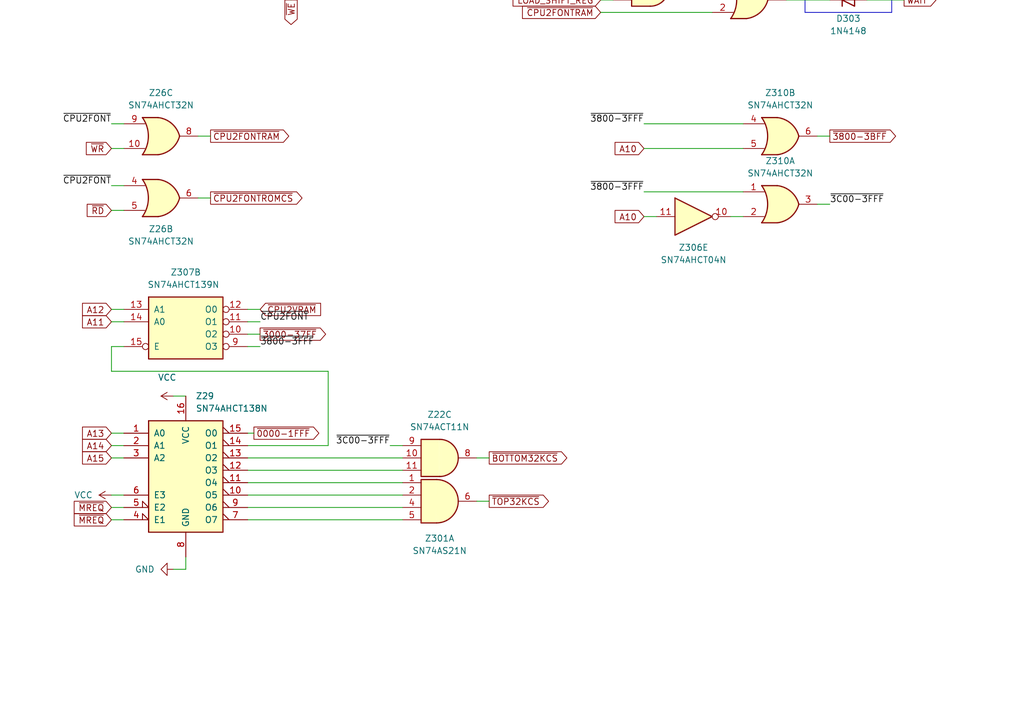
<source format=kicad_sch>
(kicad_sch (version 20230121) (generator eeschema)
  (paper "A5")
  (title_block (title "JupiterAce Z80 plus KIO and new memory format.") (date "2020-05-12") (rev "${REVNUM}") (company "Ontobus") (comment 1 "John Bradley") (comment 2 "https://creativecommons.org/licenses/by-nc-sa/4.0/") (comment 3 "Attribution-NonCommercial-ShareAlike 4.0 International License.") (comment 4 "This work is licensed under a Creative Commons "))
  (lib_symbols
    (symbol "74xx-FIX:74LS21" (pin_names (offset 1.016))
      (property "Reference" "U" (at 0 1.27 0))
      (property "Value" "74LS21" (at 0 -1.27 0))
      (symbol "74LS21_1_0"
        (pin no_connect line (at 2.54 -2.54 180) (length 2.54) hide (name "") (number "11"))
        (pin no_connect line (at 2.54 -1.27 180) (length 2.54) hide (name "") (number "3"))
      )
      (symbol "74LS21_1_1"
        (arc (start -0.635 -4.445) (mid 3.7907 0) (end -0.635 4.445) (stroke (width 0.254)) (fill (type background)))
        (polyline (pts (xy -0.635 4.445) (xy -3.81 4.445) (xy -3.81 -4.445) (xy -0.635 -4.445)) (stroke (width 0.254)) (fill (type background)))
        (pin input line (at -7.62 3.81 0) (length 3.81) (name "~") (number "1"))
        (pin input line (at -7.62 1.27 0) (length 3.81) (name "~") (number "2"))
        (pin input line (at -7.62 -1.27 0) (length 3.81) (name "~") (number "4"))
        (pin input line (at -7.62 -3.81 0) (length 3.81) (name "~") (number "5"))
        (pin output line (at 7.62 0 180) (length 3.81) (name "~") (number "6"))
      )
      (symbol "74LS21_1_2"
        (arc (start -3.81 -4.445) (mid -2.5908 0) (end -3.81 4.445) (stroke (width 0.254)))
        (arc (start -0.6096 -4.445) (mid 2.224 -2.8428) (end 3.81 0) (stroke (width 0.254)) (fill (type background)))
        (polyline (pts (xy -3.81 -4.445) (xy -0.635 -4.445)) (stroke (width 0.254)) (fill (type background)))
        (polyline (pts (xy -3.81 4.445) (xy -0.635 4.445)) (stroke (width 0.254)) (fill (type background)))
        (polyline (pts (xy -0.635 4.445) (xy -3.81 4.445) (xy -3.81 4.445) (xy -3.6322 4.0894) (xy -3.0988 2.921) (xy -2.7686 1.6764) (xy -2.6162 0.4318) (xy -2.6416 -0.8636) (xy -2.8702 -2.1082) (xy -3.2512 -3.3274) (xy -3.81 -4.445) (xy -3.81 -4.445) (xy -0.635 -4.445)) (stroke (width -25.4)) (fill (type background)))
        (arc (start 3.81 0) (mid 2.2198 2.8386) (end -0.6096 4.445) (stroke (width 0.254)) (fill (type background)))
        (pin input inverted (at -7.62 3.81 0) (length 3.81) (name "~") (number "1"))
        (pin input inverted (at -7.62 1.27 0) (length 4.826) (name "~") (number "2"))
        (pin input inverted (at -7.62 -1.27 0) (length 4.826) (name "~") (number "4"))
        (pin input inverted (at -7.62 -3.81 0) (length 3.81) (name "~") (number "5"))
        (pin output inverted (at 7.62 0 180) (length 3.81) (name "~") (number "6"))
      )
      (symbol "74LS21_2_1"
        (arc (start -0.635 -4.445) (mid 3.7907 0) (end -0.635 4.445) (stroke (width 0.254)) (fill (type background)))
        (polyline (pts (xy -0.635 4.445) (xy -3.81 4.445) (xy -3.81 -4.445) (xy -0.635 -4.445)) (stroke (width 0.254)) (fill (type background)))
        (pin input line (at -7.62 1.27 0) (length 3.81) (name "~") (number "10"))
        (pin input line (at -7.62 -1.27 0) (length 3.81) (name "~") (number "12"))
        (pin input line (at -7.62 -3.81 0) (length 3.81) (name "~") (number "13"))
        (pin output line (at 7.62 0 180) (length 3.81) (name "~") (number "8"))
        (pin input line (at -7.62 3.81 0) (length 3.81) (name "~") (number "9"))
      )
      (symbol "74LS21_2_2"
        (arc (start -3.81 -4.445) (mid -2.5908 0) (end -3.81 4.445) (stroke (width 0.254)))
        (arc (start -0.6096 -4.445) (mid 2.224 -2.8428) (end 3.81 0) (stroke (width 0.254)) (fill (type background)))
        (polyline (pts (xy -3.81 -4.445) (xy -0.635 -4.445)) (stroke (width 0.254)) (fill (type background)))
        (polyline (pts (xy -3.81 4.445) (xy -0.635 4.445)) (stroke (width 0.254)) (fill (type background)))
        (polyline (pts (xy -0.635 4.445) (xy -3.81 4.445) (xy -3.81 4.445) (xy -3.6322 4.0894) (xy -3.0988 2.921) (xy -2.7686 1.6764) (xy -2.6162 0.4318) (xy -2.6416 -0.8636) (xy -2.8702 -2.1082) (xy -3.2512 -3.3274) (xy -3.81 -4.445) (xy -3.81 -4.445) (xy -0.635 -4.445)) (stroke (width -25.4)) (fill (type background)))
        (arc (start 3.81 0) (mid 2.2198 2.8386) (end -0.6096 4.445) (stroke (width 0.254)) (fill (type background)))
        (pin input inverted (at -7.62 1.27 0) (length 4.826) (name "~") (number "10"))
        (pin input inverted (at -7.62 -1.27 0) (length 4.826) (name "~") (number "12"))
        (pin input inverted (at -7.62 -3.81 0) (length 3.81) (name "~") (number "13"))
        (pin output inverted (at 7.62 0 180) (length 3.81) (name "~") (number "8"))
        (pin input inverted (at -7.62 3.81 0) (length 3.81) (name "~") (number "9"))
      )
      (symbol "74LS21_3_0"
        (pin power_in line (at 0 12.7 270) (length 5.08) (name "VCC") (number "14"))
        (pin power_in line (at 0 -12.7 90) (length 5.08) (name "GND") (number "7"))
      )
      (symbol "74LS21_3_1"
        (rectangle (start -5.08 7.62) (end 5.08 -7.62) (stroke (width 0.254)) (fill (type background)))
      )
    )
    (symbol "74xx:74LS00" (pin_names (offset 1.016))
      (property "Reference" "U" (at 0 1.27 0))
      (property "Value" "74LS00" (at 0 -1.27 0))
      (symbol "74LS00_1_1"
        (arc (start 0 -3.81) (mid 3.7934 0) (end 0 3.81) (stroke (width 0.254)) (fill (type background)))
        (polyline (pts (xy 0 3.81) (xy -3.81 3.81) (xy -3.81 -3.81) (xy 0 -3.81)) (stroke (width 0.254)) (fill (type background)))
        (pin input line (at -7.62 2.54 0) (length 3.81) (name "~") (number "1"))
        (pin input line (at -7.62 -2.54 0) (length 3.81) (name "~") (number "2"))
        (pin output inverted (at 7.62 0 180) (length 3.81) (name "~") (number "3"))
      )
      (symbol "74LS00_1_2"
        (arc (start -3.81 -3.81) (mid -2.589 0) (end -3.81 3.81) (stroke (width 0.254)))
        (arc (start -0.6096 -3.81) (mid 2.1842 -2.5851) (end 3.81 0) (stroke (width 0.254)) (fill (type background)))
        (polyline (pts (xy -3.81 -3.81) (xy -0.635 -3.81)) (stroke (width 0.254)) (fill (type background)))
        (polyline (pts (xy -3.81 3.81) (xy -0.635 3.81)) (stroke (width 0.254)) (fill (type background)))
        (polyline (pts (xy -0.635 3.81) (xy -3.81 3.81) (xy -3.81 3.81) (xy -3.556 3.4036) (xy -3.0226 2.2606) (xy -2.6924 1.0414) (xy -2.6162 -0.254) (xy -2.7686 -1.4986) (xy -3.175 -2.7178) (xy -3.81 -3.81) (xy -3.81 -3.81) (xy -0.635 -3.81)) (stroke (width -25.4)) (fill (type background)))
        (arc (start 3.81 0) (mid 2.1915 2.5936) (end -0.6096 3.81) (stroke (width 0.254)) (fill (type background)))
        (pin input inverted (at -7.62 2.54 0) (length 4.318) (name "~") (number "1"))
        (pin input inverted (at -7.62 -2.54 0) (length 4.318) (name "~") (number "2"))
        (pin output line (at 7.62 0 180) (length 3.81) (name "~") (number "3"))
      )
      (symbol "74LS00_2_1"
        (arc (start 0 -3.81) (mid 3.7934 0) (end 0 3.81) (stroke (width 0.254)) (fill (type background)))
        (polyline (pts (xy 0 3.81) (xy -3.81 3.81) (xy -3.81 -3.81) (xy 0 -3.81)) (stroke (width 0.254)) (fill (type background)))
        (pin input line (at -7.62 2.54 0) (length 3.81) (name "~") (number "4"))
        (pin input line (at -7.62 -2.54 0) (length 3.81) (name "~") (number "5"))
        (pin output inverted (at 7.62 0 180) (length 3.81) (name "~") (number "6"))
      )
      (symbol "74LS00_2_2"
        (arc (start -3.81 -3.81) (mid -2.589 0) (end -3.81 3.81) (stroke (width 0.254)))
        (arc (start -0.6096 -3.81) (mid 2.1842 -2.5851) (end 3.81 0) (stroke (width 0.254)) (fill (type background)))
        (polyline (pts (xy -3.81 -3.81) (xy -0.635 -3.81)) (stroke (width 0.254)) (fill (type background)))
        (polyline (pts (xy -3.81 3.81) (xy -0.635 3.81)) (stroke (width 0.254)) (fill (type background)))
        (polyline (pts (xy -0.635 3.81) (xy -3.81 3.81) (xy -3.81 3.81) (xy -3.556 3.4036) (xy -3.0226 2.2606) (xy -2.6924 1.0414) (xy -2.6162 -0.254) (xy -2.7686 -1.4986) (xy -3.175 -2.7178) (xy -3.81 -3.81) (xy -3.81 -3.81) (xy -0.635 -3.81)) (stroke (width -25.4)) (fill (type background)))
        (arc (start 3.81 0) (mid 2.1915 2.5936) (end -0.6096 3.81) (stroke (width 0.254)) (fill (type background)))
        (pin input inverted (at -7.62 2.54 0) (length 4.318) (name "~") (number "4"))
        (pin input inverted (at -7.62 -2.54 0) (length 4.318) (name "~") (number "5"))
        (pin output line (at 7.62 0 180) (length 3.81) (name "~") (number "6"))
      )
      (symbol "74LS00_3_1"
        (arc (start 0 -3.81) (mid 3.7934 0) (end 0 3.81) (stroke (width 0.254)) (fill (type background)))
        (polyline (pts (xy 0 3.81) (xy -3.81 3.81) (xy -3.81 -3.81) (xy 0 -3.81)) (stroke (width 0.254)) (fill (type background)))
        (pin input line (at -7.62 -2.54 0) (length 3.81) (name "~") (number "10"))
        (pin output inverted (at 7.62 0 180) (length 3.81) (name "~") (number "8"))
        (pin input line (at -7.62 2.54 0) (length 3.81) (name "~") (number "9"))
      )
      (symbol "74LS00_3_2"
        (arc (start -3.81 -3.81) (mid -2.589 0) (end -3.81 3.81) (stroke (width 0.254)))
        (arc (start -0.6096 -3.81) (mid 2.1842 -2.5851) (end 3.81 0) (stroke (width 0.254)) (fill (type background)))
        (polyline (pts (xy -3.81 -3.81) (xy -0.635 -3.81)) (stroke (width 0.254)) (fill (type background)))
        (polyline (pts (xy -3.81 3.81) (xy -0.635 3.81)) (stroke (width 0.254)) (fill (type background)))
        (polyline (pts (xy -0.635 3.81) (xy -3.81 3.81) (xy -3.81 3.81) (xy -3.556 3.4036) (xy -3.0226 2.2606) (xy -2.6924 1.0414) (xy -2.6162 -0.254) (xy -2.7686 -1.4986) (xy -3.175 -2.7178) (xy -3.81 -3.81) (xy -3.81 -3.81) (xy -0.635 -3.81)) (stroke (width -25.4)) (fill (type background)))
        (arc (start 3.81 0) (mid 2.1915 2.5936) (end -0.6096 3.81) (stroke (width 0.254)) (fill (type background)))
        (pin input inverted (at -7.62 -2.54 0) (length 4.318) (name "~") (number "10"))
        (pin output line (at 7.62 0 180) (length 3.81) (name "~") (number "8"))
        (pin input inverted (at -7.62 2.54 0) (length 4.318) (name "~") (number "9"))
      )
      (symbol "74LS00_4_1"
        (arc (start 0 -3.81) (mid 3.7934 0) (end 0 3.81) (stroke (width 0.254)) (fill (type background)))
        (polyline (pts (xy 0 3.81) (xy -3.81 3.81) (xy -3.81 -3.81) (xy 0 -3.81)) (stroke (width 0.254)) (fill (type background)))
        (pin output inverted (at 7.62 0 180) (length 3.81) (name "~") (number "11"))
        (pin input line (at -7.62 2.54 0) (length 3.81) (name "~") (number "12"))
        (pin input line (at -7.62 -2.54 0) (length 3.81) (name "~") (number "13"))
      )
      (symbol "74LS00_4_2"
        (arc (start -3.81 -3.81) (mid -2.589 0) (end -3.81 3.81) (stroke (width 0.254)))
        (arc (start -0.6096 -3.81) (mid 2.1842 -2.5851) (end 3.81 0) (stroke (width 0.254)) (fill (type background)))
        (polyline (pts (xy -3.81 -3.81) (xy -0.635 -3.81)) (stroke (width 0.254)) (fill (type background)))
        (polyline (pts (xy -3.81 3.81) (xy -0.635 3.81)) (stroke (width 0.254)) (fill (type background)))
        (polyline (pts (xy -0.635 3.81) (xy -3.81 3.81) (xy -3.81 3.81) (xy -3.556 3.4036) (xy -3.0226 2.2606) (xy -2.6924 1.0414) (xy -2.6162 -0.254) (xy -2.7686 -1.4986) (xy -3.175 -2.7178) (xy -3.81 -3.81) (xy -3.81 -3.81) (xy -0.635 -3.81)) (stroke (width -25.4)) (fill (type background)))
        (arc (start 3.81 0) (mid 2.1915 2.5936) (end -0.6096 3.81) (stroke (width 0.254)) (fill (type background)))
        (pin output line (at 7.62 0 180) (length 3.81) (name "~") (number "11"))
        (pin input inverted (at -7.62 2.54 0) (length 4.318) (name "~") (number "12"))
        (pin input inverted (at -7.62 -2.54 0) (length 4.318) (name "~") (number "13"))
      )
      (symbol "74LS00_5_0"
        (pin power_in line (at 0 12.7 270) (length 5.08) (name "VCC") (number "14"))
        (pin power_in line (at 0 -12.7 90) (length 5.08) (name "GND") (number "7"))
      )
      (symbol "74LS00_5_1"
        (rectangle (start -5.08 7.62) (end 5.08 -7.62) (stroke (width 0.254)) (fill (type background)))
      )
    )
    (symbol "74xx:74LS02" (pin_names (offset 1.016))
      (property "Reference" "U" (at 8.255 -3.81 0))
      (property "Value" "74LS02" (at 8.255 -6.985 0))
      (symbol "74LS02_1_1"
        (arc (start -3.81 -3.81) (mid -2.589 0) (end -3.81 3.81) (stroke (width 0.254)))
        (arc (start -0.6096 -3.81) (mid 2.1842 -2.5851) (end 3.81 0) (stroke (width 0.254)) (fill (type background)))
        (polyline (pts (xy -3.81 -3.81) (xy -0.635 -3.81)) (stroke (width 0.254)) (fill (type background)))
        (polyline (pts (xy -3.81 3.81) (xy -0.635 3.81)) (stroke (width 0.254)) (fill (type background)))
        (polyline (pts (xy -0.635 3.81) (xy -3.81 3.81) (xy -3.81 3.81) (xy -3.556 3.4036) (xy -3.0226 2.2606) (xy -2.6924 1.0414) (xy -2.6162 -0.254) (xy -2.7686 -1.4986) (xy -3.175 -2.7178) (xy -3.81 -3.81) (xy -3.81 -3.81) (xy -0.635 -3.81)) (stroke (width -25.4)) (fill (type background)))
        (arc (start 3.81 0) (mid 2.1915 2.5936) (end -0.6096 3.81) (stroke (width 0.254)) (fill (type background)))
        (pin output inverted (at 7.62 0 180) (length 3.81) (name "~") (number "1"))
        (pin input line (at -7.62 2.54 0) (length 4.318) (name "~") (number "2"))
        (pin input line (at -7.62 -2.54 0) (length 4.318) (name "~") (number "3"))
      )
      (symbol "74LS02_1_2"
        (arc (start 0 -3.81) (mid 3.7934 0) (end 0 3.81) (stroke (width 0.254)) (fill (type background)))
        (polyline (pts (xy 0 3.81) (xy -3.81 3.81) (xy -3.81 -3.81) (xy 0 -3.81)) (stroke (width 0.254)) (fill (type background)))
        (pin output line (at 7.62 0 180) (length 3.81) (name "~") (number "1"))
        (pin input inverted (at -7.62 2.54 0) (length 3.81) (name "~") (number "2"))
        (pin input inverted (at -7.62 -2.54 0) (length 3.81) (name "~") (number "3"))
      )
      (symbol "74LS02_2_1"
        (arc (start -3.81 -3.81) (mid -2.589 0) (end -3.81 3.81) (stroke (width 0.254)))
        (arc (start -0.6096 -3.81) (mid 2.1842 -2.5851) (end 3.81 0) (stroke (width 0.254)) (fill (type background)))
        (polyline (pts (xy -3.81 -3.81) (xy -0.635 -3.81)) (stroke (width 0.254)) (fill (type background)))
        (polyline (pts (xy -3.81 3.81) (xy -0.635 3.81)) (stroke (width 0.254)) (fill (type background)))
        (polyline (pts (xy -0.635 3.81) (xy -3.81 3.81) (xy -3.81 3.81) (xy -3.556 3.4036) (xy -3.0226 2.2606) (xy -2.6924 1.0414) (xy -2.6162 -0.254) (xy -2.7686 -1.4986) (xy -3.175 -2.7178) (xy -3.81 -3.81) (xy -3.81 -3.81) (xy -0.635 -3.81)) (stroke (width -25.4)) (fill (type background)))
        (arc (start 3.81 0) (mid 2.1915 2.5936) (end -0.6096 3.81) (stroke (width 0.254)) (fill (type background)))
        (pin output inverted (at 7.62 0 180) (length 3.81) (name "~") (number "4"))
        (pin input line (at -7.62 2.54 0) (length 4.318) (name "~") (number "5"))
        (pin input line (at -7.62 -2.54 0) (length 4.318) (name "~") (number "6"))
      )
      (symbol "74LS02_2_2"
        (arc (start 0 -3.81) (mid 3.7934 0) (end 0 3.81) (stroke (width 0.254)) (fill (type background)))
        (polyline (pts (xy 0 3.81) (xy -3.81 3.81) (xy -3.81 -3.81) (xy 0 -3.81)) (stroke (width 0.254)) (fill (type background)))
        (pin output line (at 7.62 0 180) (length 3.81) (name "~") (number "4"))
        (pin input inverted (at -7.62 2.54 0) (length 3.81) (name "~") (number "5"))
        (pin input inverted (at -7.62 -2.54 0) (length 3.81) (name "~") (number "6"))
      )
      (symbol "74LS02_3_1"
        (arc (start -3.81 -3.81) (mid -2.589 0) (end -3.81 3.81) (stroke (width 0.254)))
        (arc (start -0.6096 -3.81) (mid 2.1842 -2.5851) (end 3.81 0) (stroke (width 0.254)) (fill (type background)))
        (polyline (pts (xy -3.81 -3.81) (xy -0.635 -3.81)) (stroke (width 0.254)) (fill (type background)))
        (polyline (pts (xy -3.81 3.81) (xy -0.635 3.81)) (stroke (width 0.254)) (fill (type background)))
        (polyline (pts (xy -0.635 3.81) (xy -3.81 3.81) (xy -3.81 3.81) (xy -3.556 3.4036) (xy -3.0226 2.2606) (xy -2.6924 1.0414) (xy -2.6162 -0.254) (xy -2.7686 -1.4986) (xy -3.175 -2.7178) (xy -3.81 -3.81) (xy -3.81 -3.81) (xy -0.635 -3.81)) (stroke (width -25.4)) (fill (type background)))
        (arc (start 3.81 0) (mid 2.1915 2.5936) (end -0.6096 3.81) (stroke (width 0.254)) (fill (type background)))
        (pin output inverted (at 7.62 0 180) (length 3.81) (name "~") (number "10"))
        (pin input line (at -7.62 2.54 0) (length 4.318) (name "~") (number "8"))
        (pin input line (at -7.62 -2.54 0) (length 4.318) (name "~") (number "9"))
      )
      (symbol "74LS02_3_2"
        (arc (start 0 -3.81) (mid 3.7934 0) (end 0 3.81) (stroke (width 0.254)) (fill (type background)))
        (polyline (pts (xy 0 3.81) (xy -3.81 3.81) (xy -3.81 -3.81) (xy 0 -3.81)) (stroke (width 0.254)) (fill (type background)))
        (pin output line (at 7.62 0 180) (length 3.81) (name "~") (number "10"))
        (pin input inverted (at -7.62 2.54 0) (length 3.81) (name "~") (number "8"))
        (pin input inverted (at -7.62 -2.54 0) (length 3.81) (name "~") (number "9"))
      )
      (symbol "74LS02_4_1"
        (arc (start -3.81 -3.81) (mid -2.589 0) (end -3.81 3.81) (stroke (width 0.254)))
        (arc (start -0.6096 -3.81) (mid 2.1842 -2.5851) (end 3.81 0) (stroke (width 0.254)) (fill (type background)))
        (polyline (pts (xy -3.81 -3.81) (xy -0.635 -3.81)) (stroke (width 0.254)) (fill (type background)))
        (polyline (pts (xy -3.81 3.81) (xy -0.635 3.81)) (stroke (width 0.254)) (fill (type background)))
        (polyline (pts (xy -0.635 3.81) (xy -3.81 3.81) (xy -3.81 3.81) (xy -3.556 3.4036) (xy -3.0226 2.2606) (xy -2.6924 1.0414) (xy -2.6162 -0.254) (xy -2.7686 -1.4986) (xy -3.175 -2.7178) (xy -3.81 -3.81) (xy -3.81 -3.81) (xy -0.635 -3.81)) (stroke (width -25.4)) (fill (type background)))
        (arc (start 3.81 0) (mid 2.1915 2.5936) (end -0.6096 3.81) (stroke (width 0.254)) (fill (type background)))
        (pin input line (at -7.62 2.54 0) (length 4.318) (name "~") (number "11"))
        (pin input line (at -7.62 -2.54 0) (length 4.318) (name "~") (number "12"))
        (pin output inverted (at 7.62 0 180) (length 3.81) (name "~") (number "13"))
      )
      (symbol "74LS02_4_2"
        (arc (start 0 -3.81) (mid 3.7934 0) (end 0 3.81) (stroke (width 0.254)) (fill (type background)))
        (polyline (pts (xy 0 3.81) (xy -3.81 3.81) (xy -3.81 -3.81) (xy 0 -3.81)) (stroke (width 0.254)) (fill (type background)))
        (pin input inverted (at -7.62 2.54 0) (length 3.81) (name "~") (number "11"))
        (pin input inverted (at -7.62 -2.54 0) (length 3.81) (name "~") (number "12"))
        (pin output line (at 7.62 0 180) (length 3.81) (name "~") (number "13"))
      )
      (symbol "74LS02_5_0"
        (pin power_in line (at 0 12.7 270) (length 5.08) (name "VCC") (number "14"))
        (pin power_in line (at 0 -12.7 90) (length 5.08) (name "GND") (number "7"))
      )
      (symbol "74LS02_5_1"
        (rectangle (start -5.08 7.62) (end 5.08 -7.62) (stroke (width 0.254)) (fill (type background)))
      )
    )
    (symbol "74xx:74LS04"
      (property "Reference" "U" (at 0 1.27 0))
      (property "Value" "74LS04" (at 0 -1.27 0))
      (symbol "74LS04_1_0"
        (polyline (pts (xy -3.81 3.81) (xy -3.81 -3.81) (xy 3.81 0) (xy -3.81 3.81)) (stroke (width 0.254)) (fill (type background)))
        (pin input line (at -7.62 0 0) (length 3.81) (name "~") (number "1"))
        (pin output inverted (at 7.62 0 180) (length 3.81) (name "~") (number "2"))
      )
      (symbol "74LS04_2_0"
        (polyline (pts (xy -3.81 3.81) (xy -3.81 -3.81) (xy 3.81 0) (xy -3.81 3.81)) (stroke (width 0.254)) (fill (type background)))
        (pin input line (at -7.62 0 0) (length 3.81) (name "~") (number "3"))
        (pin output inverted (at 7.62 0 180) (length 3.81) (name "~") (number "4"))
      )
      (symbol "74LS04_3_0"
        (polyline (pts (xy -3.81 3.81) (xy -3.81 -3.81) (xy 3.81 0) (xy -3.81 3.81)) (stroke (width 0.254)) (fill (type background)))
        (pin input line (at -7.62 0 0) (length 3.81) (name "~") (number "5"))
        (pin output inverted (at 7.62 0 180) (length 3.81) (name "~") (number "6"))
      )
      (symbol "74LS04_4_0"
        (polyline (pts (xy -3.81 3.81) (xy -3.81 -3.81) (xy 3.81 0) (xy -3.81 3.81)) (stroke (width 0.254)) (fill (type background)))
        (pin output inverted (at 7.62 0 180) (length 3.81) (name "~") (number "8"))
        (pin input line (at -7.62 0 0) (length 3.81) (name "~") (number "9"))
      )
      (symbol "74LS04_5_0"
        (polyline (pts (xy -3.81 3.81) (xy -3.81 -3.81) (xy 3.81 0) (xy -3.81 3.81)) (stroke (width 0.254)) (fill (type background)))
        (pin output inverted (at 7.62 0 180) (length 3.81) (name "~") (number "10"))
        (pin input line (at -7.62 0 0) (length 3.81) (name "~") (number "11"))
      )
      (symbol "74LS04_6_0"
        (polyline (pts (xy -3.81 3.81) (xy -3.81 -3.81) (xy 3.81 0) (xy -3.81 3.81)) (stroke (width 0.254)) (fill (type background)))
        (pin output inverted (at 7.62 0 180) (length 3.81) (name "~") (number "12"))
        (pin input line (at -7.62 0 0) (length 3.81) (name "~") (number "13"))
      )
      (symbol "74LS04_7_0"
        (pin power_in line (at 0 12.7 270) (length 5.08) (name "VCC") (number "14"))
        (pin power_in line (at 0 -12.7 90) (length 5.08) (name "GND") (number "7"))
      )
      (symbol "74LS04_7_1"
        (rectangle (start -5.08 7.62) (end 5.08 -7.62) (stroke (width 0.254)) (fill (type background)))
      )
    )
    (symbol "74xx:74LS11" (pin_names (offset 1.016))
      (property "Reference" "U" (at 0 1.27 0))
      (property "Value" "74LS11" (at 0 -1.27 0))
      (symbol "74LS11_1_1"
        (arc (start 0 -3.81) (mid 3.7934 0) (end 0 3.81) (stroke (width 0.254)) (fill (type background)))
        (polyline (pts (xy 0 3.81) (xy -3.81 3.81) (xy -3.81 -3.81) (xy 0 -3.81)) (stroke (width 0.254)) (fill (type background)))
        (pin input line (at -7.62 2.54 0) (length 3.81) (name "~") (number "1"))
        (pin output line (at 7.62 0 180) (length 3.81) (name "~") (number "12"))
        (pin input line (at -7.62 -2.54 0) (length 3.81) (name "~") (number "13"))
        (pin input line (at -7.62 0 0) (length 3.81) (name "~") (number "2"))
      )
      (symbol "74LS11_1_2"
        (arc (start -3.81 -3.81) (mid -2.589 0) (end -3.81 3.81) (stroke (width 0.254)))
        (arc (start -0.6096 -3.81) (mid 2.1842 -2.5851) (end 3.81 0) (stroke (width 0.254)) (fill (type background)))
        (polyline (pts (xy -3.81 -3.81) (xy -0.635 -3.81)) (stroke (width 0.254)) (fill (type background)))
        (polyline (pts (xy -3.81 3.81) (xy -0.635 3.81)) (stroke (width 0.254)) (fill (type background)))
        (polyline (pts (xy -0.635 3.81) (xy -3.81 3.81) (xy -3.81 3.81) (xy -3.556 3.4036) (xy -3.0226 2.2606) (xy -2.6924 1.0414) (xy -2.6162 -0.254) (xy -2.7686 -1.4986) (xy -3.175 -2.7178) (xy -3.81 -3.81) (xy -3.81 -3.81) (xy -0.635 -3.81)) (stroke (width -25.4)) (fill (type background)))
        (arc (start 3.81 0) (mid 2.1915 2.5936) (end -0.6096 3.81) (stroke (width 0.254)) (fill (type background)))
        (pin input inverted (at -7.62 2.54 0) (length 4.318) (name "~") (number "1"))
        (pin output inverted (at 7.62 0 180) (length 3.81) (name "~") (number "12"))
        (pin input inverted (at -7.62 -2.54 0) (length 4.318) (name "~") (number "13"))
        (pin input inverted (at -7.62 0 0) (length 4.953) (name "~") (number "2"))
      )
      (symbol "74LS11_2_1"
        (arc (start 0 -3.81) (mid 3.7934 0) (end 0 3.81) (stroke (width 0.254)) (fill (type background)))
        (polyline (pts (xy 0 3.81) (xy -3.81 3.81) (xy -3.81 -3.81) (xy 0 -3.81)) (stroke (width 0.254)) (fill (type background)))
        (pin input line (at -7.62 2.54 0) (length 3.81) (name "~") (number "3"))
        (pin input line (at -7.62 0 0) (length 3.81) (name "~") (number "4"))
        (pin input line (at -7.62 -2.54 0) (length 3.81) (name "~") (number "5"))
        (pin output line (at 7.62 0 180) (length 3.81) (name "~") (number "6"))
      )
      (symbol "74LS11_2_2"
        (arc (start -3.81 -3.81) (mid -2.589 0) (end -3.81 3.81) (stroke (width 0.254)))
        (arc (start -0.6096 -3.81) (mid 2.1842 -2.5851) (end 3.81 0) (stroke (width 0.254)) (fill (type background)))
        (polyline (pts (xy -3.81 -3.81) (xy -0.635 -3.81)) (stroke (width 0.254)) (fill (type background)))
        (polyline (pts (xy -3.81 3.81) (xy -0.635 3.81)) (stroke (width 0.254)) (fill (type background)))
        (polyline (pts (xy -0.635 3.81) (xy -3.81 3.81) (xy -3.81 3.81) (xy -3.556 3.4036) (xy -3.0226 2.2606) (xy -2.6924 1.0414) (xy -2.6162 -0.254) (xy -2.7686 -1.4986) (xy -3.175 -2.7178) (xy -3.81 -3.81) (xy -3.81 -3.81) (xy -0.635 -3.81)) (stroke (width -25.4)) (fill (type background)))
        (arc (start 3.81 0) (mid 2.1915 2.5936) (end -0.6096 3.81) (stroke (width 0.254)) (fill (type background)))
        (pin input inverted (at -7.62 2.54 0) (length 4.318) (name "~") (number "3"))
        (pin input inverted (at -7.62 0 0) (length 4.953) (name "~") (number "4"))
        (pin input inverted (at -7.62 -2.54 0) (length 4.318) (name "~") (number "5"))
        (pin output inverted (at 7.62 0 180) (length 3.81) (name "~") (number "6"))
      )
      (symbol "74LS11_3_1"
        (arc (start 0 -3.81) (mid 3.7934 0) (end 0 3.81) (stroke (width 0.254)) (fill (type background)))
        (polyline (pts (xy 0 3.81) (xy -3.81 3.81) (xy -3.81 -3.81) (xy 0 -3.81)) (stroke (width 0.254)) (fill (type background)))
        (pin input line (at -7.62 0 0) (length 3.81) (name "~") (number "10"))
        (pin input line (at -7.62 -2.54 0) (length 3.81) (name "~") (number "11"))
        (pin output line (at 7.62 0 180) (length 3.81) (name "~") (number "8"))
        (pin input line (at -7.62 2.54 0) (length 3.81) (name "~") (number "9"))
      )
      (symbol "74LS11_3_2"
        (arc (start -3.81 -3.81) (mid -2.589 0) (end -3.81 3.81) (stroke (width 0.254)))
        (arc (start -0.6096 -3.81) (mid 2.1842 -2.5851) (end 3.81 0) (stroke (width 0.254)) (fill (type background)))
        (polyline (pts (xy -3.81 -3.81) (xy -0.635 -3.81)) (stroke (width 0.254)) (fill (type background)))
        (polyline (pts (xy -3.81 3.81) (xy -0.635 3.81)) (stroke (width 0.254)) (fill (type background)))
        (polyline (pts (xy -0.635 3.81) (xy -3.81 3.81) (xy -3.81 3.81) (xy -3.556 3.4036) (xy -3.0226 2.2606) (xy -2.6924 1.0414) (xy -2.6162 -0.254) (xy -2.7686 -1.4986) (xy -3.175 -2.7178) (xy -3.81 -3.81) (xy -3.81 -3.81) (xy -0.635 -3.81)) (stroke (width -25.4)) (fill (type background)))
        (arc (start 3.81 0) (mid 2.1915 2.5936) (end -0.6096 3.81) (stroke (width 0.254)) (fill (type background)))
        (pin input inverted (at -7.62 0 0) (length 4.953) (name "~") (number "10"))
        (pin input inverted (at -7.62 -2.54 0) (length 4.318) (name "~") (number "11"))
        (pin output inverted (at 7.62 0 180) (length 3.81) (name "~") (number "8"))
        (pin input inverted (at -7.62 2.54 0) (length 4.318) (name "~") (number "9"))
      )
      (symbol "74LS11_4_0"
        (pin power_in line (at 0 12.7 270) (length 5.08) (name "VCC") (number "14"))
        (pin power_in line (at 0 -12.7 90) (length 5.08) (name "GND") (number "7"))
      )
      (symbol "74LS11_4_1"
        (rectangle (start -5.08 7.62) (end 5.08 -7.62) (stroke (width 0.254)) (fill (type background)))
      )
    )
    (symbol "74xx:74LS138" (pin_names (offset 1.016))
      (property "Reference" "U" (at -7.62 11.43 0))
      (property "Value" "74LS138" (at -7.62 -13.97 0))
      (symbol "74LS138_1_0"
        (pin input line (at -12.7 7.62 0) (length 5.08) (name "A0") (number "1"))
        (pin output output_low (at 12.7 -5.08 180) (length 5.08) (name "O5") (number "10"))
        (pin output output_low (at 12.7 -2.54 180) (length 5.08) (name "O4") (number "11"))
        (pin output output_low (at 12.7 0 180) (length 5.08) (name "O3") (number "12"))
        (pin output output_low (at 12.7 2.54 180) (length 5.08) (name "O2") (number "13"))
        (pin output output_low (at 12.7 5.08 180) (length 5.08) (name "O1") (number "14"))
        (pin output output_low (at 12.7 7.62 180) (length 5.08) (name "O0") (number "15"))
        (pin power_in line (at 0 15.24 270) (length 5.08) (name "VCC") (number "16"))
        (pin input line (at -12.7 5.08 0) (length 5.08) (name "A1") (number "2"))
        (pin input line (at -12.7 2.54 0) (length 5.08) (name "A2") (number "3"))
        (pin input input_low (at -12.7 -10.16 0) (length 5.08) (name "E1") (number "4"))
        (pin input input_low (at -12.7 -7.62 0) (length 5.08) (name "E2") (number "5"))
        (pin input line (at -12.7 -5.08 0) (length 5.08) (name "E3") (number "6"))
        (pin output output_low (at 12.7 -10.16 180) (length 5.08) (name "O7") (number "7"))
        (pin power_in line (at 0 -17.78 90) (length 5.08) (name "GND") (number "8"))
        (pin output output_low (at 12.7 -7.62 180) (length 5.08) (name "O6") (number "9"))
      )
      (symbol "74LS138_1_1"
        (rectangle (start -7.62 10.16) (end 7.62 -12.7) (stroke (width 0.254)) (fill (type background)))
      )
    )
    (symbol "74xx:74LS139" (pin_names (offset 1.016))
      (property "Reference" "U" (at -7.62 8.89 0))
      (property "Value" "74LS139" (at -7.62 -8.89 0))
      (symbol "74LS139_1_0"
        (pin input inverted (at -12.7 -5.08 0) (length 5.08) (name "E") (number "1"))
        (pin input line (at -12.7 0 0) (length 5.08) (name "A0") (number "2"))
        (pin input line (at -12.7 2.54 0) (length 5.08) (name "A1") (number "3"))
        (pin output inverted (at 12.7 2.54 180) (length 5.08) (name "O0") (number "4"))
        (pin output inverted (at 12.7 0 180) (length 5.08) (name "O1") (number "5"))
        (pin output inverted (at 12.7 -2.54 180) (length 5.08) (name "O2") (number "6"))
        (pin output inverted (at 12.7 -5.08 180) (length 5.08) (name "O3") (number "7"))
      )
      (symbol "74LS139_1_1"
        (rectangle (start -7.62 5.08) (end 7.62 -7.62) (stroke (width 0.254)) (fill (type background)))
      )
      (symbol "74LS139_2_0"
        (pin output inverted (at 12.7 -2.54 180) (length 5.08) (name "O2") (number "10"))
        (pin output inverted (at 12.7 0 180) (length 5.08) (name "O1") (number "11"))
        (pin output inverted (at 12.7 2.54 180) (length 5.08) (name "O0") (number "12"))
        (pin input line (at -12.7 2.54 0) (length 5.08) (name "A1") (number "13"))
        (pin input line (at -12.7 0 0) (length 5.08) (name "A0") (number "14"))
        (pin input inverted (at -12.7 -5.08 0) (length 5.08) (name "E") (number "15"))
        (pin output inverted (at 12.7 -5.08 180) (length 5.08) (name "O3") (number "9"))
      )
      (symbol "74LS139_2_1"
        (rectangle (start -7.62 5.08) (end 7.62 -7.62) (stroke (width 0.254)) (fill (type background)))
      )
      (symbol "74LS139_3_0"
        (pin power_in line (at 0 12.7 270) (length 5.08) (name "VCC") (number "16"))
        (pin power_in line (at 0 -12.7 90) (length 5.08) (name "GND") (number "8"))
      )
      (symbol "74LS139_3_1"
        (rectangle (start -5.08 7.62) (end 5.08 -7.62) (stroke (width 0.254)) (fill (type background)))
      )
    )
    (symbol "74xx:74LS32" (pin_names (offset 1.016))
      (property "Reference" "U" (at 0 1.27 0))
      (property "Value" "74LS32" (at 0 -1.27 0))
      (symbol "74LS32_1_1"
        (arc (start -3.81 -3.81) (mid -2.589 0) (end -3.81 3.81) (stroke (width 0.254)))
        (arc (start -0.6096 -3.81) (mid 2.1842 -2.5851) (end 3.81 0) (stroke (width 0.254)) (fill (type background)))
        (polyline (pts (xy -3.81 -3.81) (xy -0.635 -3.81)) (stroke (width 0.254)) (fill (type background)))
        (polyline (pts (xy -3.81 3.81) (xy -0.635 3.81)) (stroke (width 0.254)) (fill (type background)))
        (polyline (pts (xy -0.635 3.81) (xy -3.81 3.81) (xy -3.81 3.81) (xy -3.556 3.4036) (xy -3.0226 2.2606) (xy -2.6924 1.0414) (xy -2.6162 -0.254) (xy -2.7686 -1.4986) (xy -3.175 -2.7178) (xy -3.81 -3.81) (xy -3.81 -3.81) (xy -0.635 -3.81)) (stroke (width -25.4)) (fill (type background)))
        (arc (start 3.81 0) (mid 2.1915 2.5936) (end -0.6096 3.81) (stroke (width 0.254)) (fill (type background)))
        (pin input line (at -7.62 2.54 0) (length 4.318) (name "~") (number "1"))
        (pin input line (at -7.62 -2.54 0) (length 4.318) (name "~") (number "2"))
        (pin output line (at 7.62 0 180) (length 3.81) (name "~") (number "3"))
      )
      (symbol "74LS32_1_2"
        (arc (start 0 -3.81) (mid 3.7934 0) (end 0 3.81) (stroke (width 0.254)) (fill (type background)))
        (polyline (pts (xy 0 3.81) (xy -3.81 3.81) (xy -3.81 -3.81) (xy 0 -3.81)) (stroke (width 0.254)) (fill (type background)))
        (pin input inverted (at -7.62 2.54 0) (length 3.81) (name "~") (number "1"))
        (pin input inverted (at -7.62 -2.54 0) (length 3.81) (name "~") (number "2"))
        (pin output inverted (at 7.62 0 180) (length 3.81) (name "~") (number "3"))
      )
      (symbol "74LS32_2_1"
        (arc (start -3.81 -3.81) (mid -2.589 0) (end -3.81 3.81) (stroke (width 0.254)))
        (arc (start -0.6096 -3.81) (mid 2.1842 -2.5851) (end 3.81 0) (stroke (width 0.254)) (fill (type background)))
        (polyline (pts (xy -3.81 -3.81) (xy -0.635 -3.81)) (stroke (width 0.254)) (fill (type background)))
        (polyline (pts (xy -3.81 3.81) (xy -0.635 3.81)) (stroke (width 0.254)) (fill (type background)))
        (polyline (pts (xy -0.635 3.81) (xy -3.81 3.81) (xy -3.81 3.81) (xy -3.556 3.4036) (xy -3.0226 2.2606) (xy -2.6924 1.0414) (xy -2.6162 -0.254) (xy -2.7686 -1.4986) (xy -3.175 -2.7178) (xy -3.81 -3.81) (xy -3.81 -3.81) (xy -0.635 -3.81)) (stroke (width -25.4)) (fill (type background)))
        (arc (start 3.81 0) (mid 2.1915 2.5936) (end -0.6096 3.81) (stroke (width 0.254)) (fill (type background)))
        (pin input line (at -7.62 2.54 0) (length 4.318) (name "~") (number "4"))
        (pin input line (at -7.62 -2.54 0) (length 4.318) (name "~") (number "5"))
        (pin output line (at 7.62 0 180) (length 3.81) (name "~") (number "6"))
      )
      (symbol "74LS32_2_2"
        (arc (start 0 -3.81) (mid 3.7934 0) (end 0 3.81) (stroke (width 0.254)) (fill (type background)))
        (polyline (pts (xy 0 3.81) (xy -3.81 3.81) (xy -3.81 -3.81) (xy 0 -3.81)) (stroke (width 0.254)) (fill (type background)))
        (pin input inverted (at -7.62 2.54 0) (length 3.81) (name "~") (number "4"))
        (pin input inverted (at -7.62 -2.54 0) (length 3.81) (name "~") (number "5"))
        (pin output inverted (at 7.62 0 180) (length 3.81) (name "~") (number "6"))
      )
      (symbol "74LS32_3_1"
        (arc (start -3.81 -3.81) (mid -2.589 0) (end -3.81 3.81) (stroke (width 0.254)))
        (arc (start -0.6096 -3.81) (mid 2.1842 -2.5851) (end 3.81 0) (stroke (width 0.254)) (fill (type background)))
        (polyline (pts (xy -3.81 -3.81) (xy -0.635 -3.81)) (stroke (width 0.254)) (fill (type background)))
        (polyline (pts (xy -3.81 3.81) (xy -0.635 3.81)) (stroke (width 0.254)) (fill (type background)))
        (polyline (pts (xy -0.635 3.81) (xy -3.81 3.81) (xy -3.81 3.81) (xy -3.556 3.4036) (xy -3.0226 2.2606) (xy -2.6924 1.0414) (xy -2.6162 -0.254) (xy -2.7686 -1.4986) (xy -3.175 -2.7178) (xy -3.81 -3.81) (xy -3.81 -3.81) (xy -0.635 -3.81)) (stroke (width -25.4)) (fill (type background)))
        (arc (start 3.81 0) (mid 2.1915 2.5936) (end -0.6096 3.81) (stroke (width 0.254)) (fill (type background)))
        (pin input line (at -7.62 -2.54 0) (length 4.318) (name "~") (number "10"))
        (pin output line (at 7.62 0 180) (length 3.81) (name "~") (number "8"))
        (pin input line (at -7.62 2.54 0) (length 4.318) (name "~") (number "9"))
      )
      (symbol "74LS32_3_2"
        (arc (start 0 -3.81) (mid 3.7934 0) (end 0 3.81) (stroke (width 0.254)) (fill (type background)))
        (polyline (pts (xy 0 3.81) (xy -3.81 3.81) (xy -3.81 -3.81) (xy 0 -3.81)) (stroke (width 0.254)) (fill (type background)))
        (pin input inverted (at -7.62 -2.54 0) (length 3.81) (name "~") (number "10"))
        (pin output inverted (at 7.62 0 180) (length 3.81) (name "~") (number "8"))
        (pin input inverted (at -7.62 2.54 0) (length 3.81) (name "~") (number "9"))
      )
      (symbol "74LS32_4_1"
        (arc (start -3.81 -3.81) (mid -2.589 0) (end -3.81 3.81) (stroke (width 0.254)))
        (arc (start -0.6096 -3.81) (mid 2.1842 -2.5851) (end 3.81 0) (stroke (width 0.254)) (fill (type background)))
        (polyline (pts (xy -3.81 -3.81) (xy -0.635 -3.81)) (stroke (width 0.254)) (fill (type background)))
        (polyline (pts (xy -3.81 3.81) (xy -0.635 3.81)) (stroke (width 0.254)) (fill (type background)))
        (polyline (pts (xy -0.635 3.81) (xy -3.81 3.81) (xy -3.81 3.81) (xy -3.556 3.4036) (xy -3.0226 2.2606) (xy -2.6924 1.0414) (xy -2.6162 -0.254) (xy -2.7686 -1.4986) (xy -3.175 -2.7178) (xy -3.81 -3.81) (xy -3.81 -3.81) (xy -0.635 -3.81)) (stroke (width -25.4)) (fill (type background)))
        (arc (start 3.81 0) (mid 2.1915 2.5936) (end -0.6096 3.81) (stroke (width 0.254)) (fill (type background)))
        (pin output line (at 7.62 0 180) (length 3.81) (name "~") (number "11"))
        (pin input line (at -7.62 2.54 0) (length 4.318) (name "~") (number "12"))
        (pin input line (at -7.62 -2.54 0) (length 4.318) (name "~") (number "13"))
      )
      (symbol "74LS32_4_2"
        (arc (start 0 -3.81) (mid 3.7934 0) (end 0 3.81) (stroke (width 0.254)) (fill (type background)))
        (polyline (pts (xy 0 3.81) (xy -3.81 3.81) (xy -3.81 -3.81) (xy 0 -3.81)) (stroke (width 0.254)) (fill (type background)))
        (pin output inverted (at 7.62 0 180) (length 3.81) (name "~") (number "11"))
        (pin input inverted (at -7.62 2.54 0) (length 3.81) (name "~") (number "12"))
        (pin input inverted (at -7.62 -2.54 0) (length 3.81) (name "~") (number "13"))
      )
      (symbol "74LS32_5_0"
        (pin power_in line (at 0 12.7 270) (length 5.08) (name "VCC") (number "14"))
        (pin power_in line (at 0 -12.7 90) (length 5.08) (name "GND") (number "7"))
      )
      (symbol "74LS32_5_1"
        (rectangle (start -5.08 7.62) (end 5.08 -7.62) (stroke (width 0.254)) (fill (type background)))
      )
    )
    (symbol "Device:R" (pin_numbers hide) (pin_names (offset 0))
      (property "Reference" "R" (at 2.032 0 90))
      (property "Value" "R" (at 0 0 90))
      (symbol "R_0_1"
        (rectangle (start -1.016 -2.54) (end 1.016 2.54) (stroke (width 0.254)))
      )
      (symbol "R_1_1"
        (pin passive line (at 0 3.81 270) (length 1.27) (name "~") (number "1"))
        (pin passive line (at 0 -3.81 90) (length 1.27) (name "~") (number "2"))
      )
    )
    (symbol "Diode:1N4148" (pin_numbers hide) (pin_names hide)
      (property "Reference" "D" (at 0 2.54 0))
      (property "Value" "1N4148" (at 0 -2.54 0))
      (symbol "1N4148_0_1"
        (polyline (pts (xy -1.27 1.27) (xy -1.27 -1.27)) (stroke (width 0.254)))
        (polyline (pts (xy 1.27 0) (xy -1.27 0)))
        (polyline (pts (xy 1.27 1.27) (xy 1.27 -1.27) (xy -1.27 0) (xy 1.27 1.27)) (stroke (width 0.254)))
      )
      (symbol "1N4148_1_1"
        (pin passive line (at -3.81 0 0) (length 2.54) (name "K") (number "1"))
        (pin passive line (at 3.81 0 180) (length 2.54) (name "A") (number "2"))
      )
    )
    (symbol "power:GND" (power) (pin_names (offset 0))
      (property "Value" "GND" (at 0 -3.81 0))
      (symbol "GND_0_1"
        (polyline (pts (xy 0 0) (xy 0 -1.27) (xy 1.27 -1.27) (xy 0 -2.54) (xy -1.27 -1.27) (xy 0 -1.27)))
      )
      (symbol "GND_1_1"
        (pin power_in line (at 0 0 270) (length 0) hide (name "GND") (number "1"))
      )
    )
    (symbol "power:VCC" (power) (pin_names (offset 0))
      (property "Value" "VCC" (at 0 3.81 0))
      (symbol "VCC_0_1"
        (polyline (pts (xy -0.762 1.27) (xy 0 2.54)))
        (polyline (pts (xy 0 0) (xy 0 2.54)))
        (polyline (pts (xy 0 2.54) (xy 0.762 1.27)))
      )
      (symbol "VCC_1_1"
        (pin power_in line (at 0 0 90) (length 0) hide (name "VCC") (number "1"))
      )
    )
  )
  (junction (at 143.51 -2.54))
  (junction (at 39.37 -15.24))
  (junction (at 59.69 -12.7))
  (wire (pts (xy 50.8 68.58) (xy 53.34 68.58)))
  (wire (pts (xy 22.86 71.12) (xy 25.4 71.12)))
  (wire (pts (xy 40.64 27.94) (xy 43.18 27.94)))
  (wire (pts (xy 22.86 104.14) (xy 25.4 104.14)))
  (wire (pts (xy 132.08 30.48) (xy 152.4 30.48)))
  (wire (pts (xy 50.8 104.14) (xy 82.55 104.14)))
  (wire (pts (xy 41.91 -10.16) (xy 39.37 -10.16)))
  (wire (pts (xy 40.64 40.64) (xy 43.18 40.64)))
  (wire (pts (xy 59.69 -35.56) (xy 62.23 -35.56)))
  (wire (pts (xy 50.8 96.52) (xy 82.55 96.52)))
  (wire (pts (xy 80.01 91.44) (xy 82.55 91.44)))
  (wire (pts (xy 50.8 93.98) (xy 82.55 93.98)))
  (wire (pts (xy 50.8 66.04) (xy 53.34 66.04)))
  (polyline (pts (xy 182.88 -15.24) (xy 165.1 -15.24)))
  (wire (pts (xy 59.69 -17.78) (xy 62.23 -17.78)))
  (wire (pts (xy 161.29 0) (xy 170.18 0)))
  (wire (pts (xy 132.08 39.37) (xy 152.4 39.37)))
  (wire (pts (xy 143.51 -13.97) (xy 143.51 -2.54)))
  (wire (pts (xy 77.47 -17.78) (xy 80.01 -17.78)))
  (wire (pts (xy 134.62 44.45) (xy 132.08 44.45)))
  (wire (pts (xy 50.8 63.5) (xy 53.34 63.5)))
  (wire (pts (xy 39.37 -30.48) (xy 62.23 -30.48)))
  (wire (pts (xy 38.1 116.84) (xy 35.56 116.84)))
  (wire (pts (xy 25.4 66.04) (xy 22.86 66.04)))
  (wire (pts (xy 50.8 71.12) (xy 53.34 71.12)))
  (wire (pts (xy 50.8 106.68) (xy 82.55 106.68)))
  (wire (pts (xy 25.4 63.5) (xy 22.86 63.5)))
  (wire (pts (xy 132.08 25.4) (xy 152.4 25.4)))
  (wire (pts (xy 59.69 -12.7) (xy 59.69 -17.78)))
  (wire (pts (xy 59.69 -12.7) (xy 80.01 -12.7)))
  (polyline (pts (xy 165.1 2.54) (xy 182.88 2.54)))
  (wire (pts (xy 77.47 -33.02) (xy 80.01 -33.02)))
  (wire (pts (xy 25.4 43.18) (xy 22.86 43.18)))
  (wire (pts (xy 123.19 2.54) (xy 146.05 2.54)))
  (wire (pts (xy 35.56 81.28) (xy 38.1 81.28)))
  (wire (pts (xy 22.86 93.98) (xy 25.4 93.98)))
  (wire (pts (xy 39.37 -30.48) (xy 39.37 -15.24)))
  (wire (pts (xy 177.8 0) (xy 185.42 0)))
  (wire (pts (xy 57.15 -12.7) (xy 59.69 -12.7)))
  (wire (pts (xy 167.64 41.91) (xy 170.18 41.91)))
  (wire (pts (xy 140.97 -2.54) (xy 143.51 -2.54)))
  (polyline (pts (xy 182.88 2.54) (xy 182.88 -15.24)))
  (wire (pts (xy 38.1 114.3) (xy 38.1 116.84)))
  (wire (pts (xy 59.69 -2.54) (xy 59.69 0)))
  (wire (pts (xy 143.51 -2.54) (xy 146.05 -2.54)))
  (wire (pts (xy 59.69 -12.7) (xy 59.69 -10.16)))
  (wire (pts (xy 167.64 27.94) (xy 170.18 27.94)))
  (wire (pts (xy 125.73 -5.08) (xy 123.19 -5.08)))
  (wire (pts (xy 50.8 91.44) (xy 67.31 91.44)))
  (wire (pts (xy 25.4 25.4) (xy 22.86 25.4)))
  (wire (pts (xy 25.4 30.48) (xy 22.86 30.48)))
  (wire (pts (xy 97.79 102.87) (xy 100.33 102.87)))
  (wire (pts (xy 22.86 106.68) (xy 25.4 106.68)))
  (wire (pts (xy 143.51 -13.97) (xy 146.05 -13.97)))
  (wire (pts (xy 36.83 -15.24) (xy 39.37 -15.24)))
  (wire (pts (xy 22.86 88.9) (xy 25.4 88.9)))
  (wire (pts (xy 67.31 76.2) (xy 67.31 91.44)))
  (wire (pts (xy 149.86 44.45) (xy 152.4 44.45)))
  (wire (pts (xy 50.8 88.9) (xy 52.07 88.9)))
  (wire (pts (xy 67.31 76.2) (xy 22.86 76.2)))
  (wire (pts (xy 39.37 -15.24) (xy 41.91 -15.24)))
  (wire (pts (xy 125.73 0) (xy 123.19 0)))
  (wire (pts (xy 22.86 101.6) (xy 25.4 101.6)))
  (polyline (pts (xy 165.1 -15.24) (xy 165.1 2.54)))
  (wire (pts (xy 50.8 101.6) (xy 82.55 101.6)))
  (wire (pts (xy 22.86 71.12) (xy 22.86 76.2)))
  (wire (pts (xy 22.86 91.44) (xy 25.4 91.44)))
  (wire (pts (xy 97.79 93.98) (xy 100.33 93.98)))
  (wire (pts (xy 50.8 99.06) (xy 82.55 99.06)))
  (wire (pts (xy 25.4 38.1) (xy 22.86 38.1)))
  (text "Needed to \nallow other ~{WAIT}\nsources\nUse Diode so can\npull down but\nnot up." (at 165.1 -2.54 0) (effects (font (size 1.27 1.27)) (justify left bottom)))
  (label "~{CPU2FONT}" (at 22.86 38.1 0))
  (label "~{CPU2VRAM}" (at 59.69 -35.56 180))
  (label "~{3C00-3FFF}" (at 170.18 41.91 0))
  (label "~{CPU2FONT}" (at 36.83 -15.24 180))
  (label "~{3800-3FFF}" (at 53.34 71.12 0))
  (label "~{3C00-3FFF}" (at 80.01 91.44 0))
  (label "~{CPU2FONT}" (at 22.86 25.4 180))
  (label "~{CPU2FONT}" (at 53.34 66.04 0))
  (label "~{3800-3FFF}" (at 132.08 39.37 180))
  (label "~{3800-3FFF}" (at 132.08 25.4 180))
  (global_label "~{MREQ}" (shape input) (at 22.86 106.68 180) (property "Intersheetrefs" "${INTERSHEET_REFS}" (at 15.3348 106.6006 0) (effects (justify right))))
  (global_label "A10" (shape input) (at 132.08 44.45 180) (property "Intersheetrefs" "${INTERSHEET_REFS}" (at 126.2482 44.3706 0) (effects (justify right))))
  (global_label "A12" (shape input) (at 22.86 63.5 180) (property "Intersheetrefs" "${INTERSHEET_REFS}" (at 17.0282 63.4206 0) (effects (justify right))))
  (global_label "~{WR}" (shape input) (at 39.37 -10.16 180) (property "Intersheetrefs" "${INTERSHEET_REFS}" (at 34.3244 -10.2394 0) (effects (justify right))))
  (global_label "A10" (shape input) (at 123.19 -5.08 180) (property "Intersheetrefs" "${INTERSHEET_REFS}" (at 117.3582 -5.1594 0) (effects (justify right))))
  (global_label "~{MREQ}" (shape input) (at 22.86 104.14 180) (property "Intersheetrefs" "${INTERSHEET_REFS}" (at 15.3348 104.0606 0) (effects (justify right))))
  (global_label "A10" (shape input) (at 132.08 30.48 180) (property "Intersheetrefs" "${INTERSHEET_REFS}" (at 126.2482 30.4006 0) (effects (justify right))))
  (global_label "LOAD_SHIFT_REG" (shape input) (at 123.19 0 180) (property "Intersheetrefs" "${INTERSHEET_REFS}" (at 105.3234 -0.0794 0) (effects (justify right))))
  (global_label "~{CPUVDGRD}" (shape output) (at 80.01 -17.78 0) (property "Intersheetrefs" "${INTERSHEET_REFS}" (at 92.3732 -17.8594 0) (effects (justify left))))
  (global_label "~{3800-3BFF}" (shape output) (at 170.18 27.94 0) (property "Intersheetrefs" "${INTERSHEET_REFS}" (at 183.5713 27.8606 0) (effects (justify left))))
  (global_label "~{CPUVDGWR}" (shape output) (at 80.01 -12.7 0) (property "Intersheetrefs" "${INTERSHEET_REFS}" (at 92.5547 -12.7794 0) (effects (justify left))))
  (global_label "~{RD}" (shape input) (at 22.86 43.18 180) (property "Intersheetrefs" "${INTERSHEET_REFS}" (at 17.9958 43.1006 0) (effects (justify right))))
  (global_label "~{WAIT}" (shape output) (at 185.42 0 0) (property "Intersheetrefs" "${INTERSHEET_REFS}" (at 191.8566 -0.0794 0) (effects (justify left))))
  (global_label "~{3000-37FF}" (shape output) (at 53.34 68.58 0) (property "Intersheetrefs" "${INTERSHEET_REFS}" (at 66.6709 68.5006 0) (effects (justify left))))
  (global_label "A11" (shape input) (at 22.86 66.04 180) (property "Intersheetrefs" "${INTERSHEET_REFS}" (at 17.0282 65.9606 0) (effects (justify right))))
  (global_label "~{FONTRAMCS}" (shape output) (at 80.01 -33.02 0) (property "Intersheetrefs" "${INTERSHEET_REFS}" (at 93.3409 -33.0994 0) (effects (justify left))))
  (global_label "~{CPU2FONTROMCS}" (shape output) (at 43.18 40.64 0) (property "Intersheetrefs" "${INTERSHEET_REFS}" (at 61.8328 40.5606 0) (effects (justify left))))
  (global_label "~{CPU2FONTRAM}" (shape output) (at 43.18 27.94 0) (property "Intersheetrefs" "${INTERSHEET_REFS}" (at 59.1113 27.8606 0) (effects (justify left))))
  (global_label "~{TOP32KCS}" (shape output) (at 100.33 102.87 0) (property "Intersheetrefs" "${INTERSHEET_REFS}" (at 112.3909 102.7906 0) (effects (justify left))))
  (global_label "~{BOTTOM32KCS}" (shape output) (at 100.33 93.98 0) (property "Intersheetrefs" "${INTERSHEET_REFS}" (at 116.1404 93.9006 0) (effects (justify left))))
  (global_label "~{VDGHASPRIORITY}" (shape output) (at 146.05 -13.97 0) (property "Intersheetrefs" "${INTERSHEET_REFS}" (at 163.6747 -14.0494 0) (effects (justify left))))
  (global_label "A13" (shape input) (at 22.86 88.9 180) (property "Intersheetrefs" "${INTERSHEET_REFS}" (at 17.0282 88.8206 0) (effects (justify right))))
  (global_label "~{CPU2FONTRAM}" (shape input) (at 123.19 2.54 180) (property "Intersheetrefs" "${INTERSHEET_REFS}" (at 107.2587 2.4606 0) (effects (justify right))))
  (global_label "A15" (shape input) (at 22.86 93.98 180) (property "Intersheetrefs" "${INTERSHEET_REFS}" (at 17.0282 93.9006 0) (effects (justify right))))
  (global_label "~{WR}" (shape input) (at 22.86 30.48 180) (property "Intersheetrefs" "${INTERSHEET_REFS}" (at 17.8144 30.4006 0) (effects (justify right))))
  (global_label "~{0000-1FFF}" (shape output) (at 52.07 88.9 0) (property "Intersheetrefs" "${INTERSHEET_REFS}" (at 65.2799 88.8206 0) (effects (justify left))))
  (global_label "~{WE}" (shape output) (at 59.69 0 270) (property "Intersheetrefs" "${INTERSHEET_REFS}" (at 59.6106 4.9247 90) (effects (justify right))))
  (global_label "A14" (shape input) (at 22.86 91.44 180) (property "Intersheetrefs" "${INTERSHEET_REFS}" (at 17.0282 91.3606 0) (effects (justify right))))
  (global_label "~{CPU2VRAM}" (shape input) (at 53.34 63.5 0) (property "Intersheetrefs" "${INTERSHEET_REFS}" (at 65.6428 63.4206 0) (effects (justify left))))
  (symbol (lib_id "74xx:74LS139") (at 38.1 66.04 0) (unit 2)
    (property "Reference" "Z307" (at 38.1 55.88 0))
    (property "Value" "SN74AHCT139N " (at 38.1 58.42 0))
    (property "Footprint" "Package_DIP:DIP-16_W7.62mm" (effects hide))
    (property "Datasheet" "http://www.ti.com/lit/ds/symlink/sn74ls139a.pdf" (effects hide))
  )
  (symbol (lib_id "power:VCC") (at 35.56 81.28 90) (unit 1)
    (property "Reference" "#~PWR0104" (effects hide))
    (property "Value" "VCC" (at 34.29 77.47 90))
  )
  (symbol (lib_id "power:GND") (at 35.56 116.84 270) (unit 1)
    (property "Reference" "#~PWR0115" (effects hide))
    (property "Value" "GND" (at 31.75 116.8399 90) (effects (justify right)))
  )
  (symbol (lib_id "power:VCC") (at 22.86 101.6 90) (unit 1)
    (property "Reference" "#~PWR0139" (effects hide))
    (property "Value" "VCC" (at 19.05 101.5999 90) (effects (justify left)))
  )
  (symbol (lib_id "74xx:74LS138") (at 38.1 96.52 0) (unit 1)
    (property "Reference" "Z29" (at 40.1194 81.28 0) (effects (justify left)))
    (property "Value" "SN74AHCT138N" (at 40.1194 83.82 0) (effects (justify left)))
    (property "Footprint" "Package_DIP:DIP-16_W7.62mm" (effects hide))
    (property "Datasheet" "http://www.ti.com/lit/gpn/sn74LS138" (effects hide))
  )
  (symbol (lib_id "Device:R") (at 59.69 -6.35 180) (unit 1)
    (property "Reference" "R32" (at 62.23 -7.6201 0) (effects (justify right)))
    (property "Value" "10K" (at 62.23 -5.0801 0) (effects (justify right)))
    (property "Footprint" "Resistor_THT:R_Axial_DIN0204_L3.6mm_D1.6mm_P1.90mm_Vertical" (effects hide))
  )
  (symbol (lib_id "Diode:1N4148") (at 173.99 0 0) (unit 1)
    (property "Reference" "D303" (at 173.99 3.81 0))
    (property "Value" "1N4148" (at 173.99 6.35 0))
    (property "Footprint" "Diode_THT:D_DO-35_SOD27_P2.54mm_Vertical_AnodeUp" (effects hide))
    (property "Datasheet" "https://assets.nexperia.com/documents/data-sheet/1N4148_1N4448.pdf" (effects hide))
  )
  (symbol (lib_id "74xx:74LS32") (at 153.67 0 0) (unit 1)
    (property "Reference" "Z26" (at 153.67 -8.89 0))
    (property "Value" "SN74AHCT32N" (at 153.67 -6.35 0))
    (property "Footprint" "Package_DIP:DIP-14_W7.62mm" (effects hide))
    (property "Datasheet" "http://www.ti.com/lit/gpn/sn74LS32" (effects hide))
  )
  (symbol (lib_id "74xx:74LS11") (at 90.17 93.98 0) (unit 3)
    (property "Reference" "Z22" (at 90.17 85.09 0))
    (property "Value" "SN74ACT11N" (at 90.17 87.63 0))
    (property "Footprint" "Package_DIP:DIP-14_W7.62mm" (effects hide))
    (property "Datasheet" "http://www.ti.com/lit/gpn/sn74LS11" (effects hide))
  )
  (symbol (lib_id "74xx:74LS32") (at 49.53 -12.7 0) (mirror x) (unit 4)
    (property "Reference" "Z26" (at 49.53 -21.59 0))
    (property "Value" "SN74AHCT32N" (at 49.53 -19.05 0))
    (property "Footprint" "Package_DIP:DIP-14_W7.62mm" (effects hide))
    (property "Datasheet" "http://www.ti.com/lit/gpn/sn74LS32" (effects hide))
  )
  (symbol (lib_id "74xx:74LS00") (at 133.35 -2.54 0) (unit 3)
    (property "Reference" "Z19" (at 133.35 -11.43 0))
    (property "Value" "SN74AHCT00N" (at 133.35 -8.89 0))
    (property "Footprint" "Package_DIP:DIP-14_W7.62mm" (effects hide))
    (property "Datasheet" "http://www.ti.com/lit/gpn/sn74ls00" (effects hide))
  )
  (symbol (lib_id "74xx:74LS32") (at 160.02 41.91 0) (unit 1)
    (property "Reference" "Z310" (at 160.02 33.02 0))
    (property "Value" "SN74AHCT32N" (at 160.02 35.56 0))
    (property "Footprint" "Package_DIP:DIP-14_W7.62mm" (effects hide))
    (property "Datasheet" "http://www.ti.com/lit/gpn/sn74LS32" (effects hide))
  )
  (symbol (lib_id "74xx:74LS32") (at 33.02 27.94 0) (unit 3)
    (property "Reference" "Z26" (at 33.02 19.05 0))
    (property "Value" "SN74AHCT32N" (at 33.02 21.59 0))
    (property "Footprint" "Package_DIP:DIP-14_W7.62mm" (effects hide))
    (property "Datasheet" "http://www.ti.com/lit/gpn/sn74LS32" (effects hide))
  )
  (symbol (lib_id "74xx-FIX:74LS21") (at 90.17 102.87 0) (unit 1)
    (property "Reference" "Z301" (at 90.17 110.49 0))
    (property "Value" "SN74AS21N" (at 90.17 113.03 0))
    (property "Footprint" "Package_DIP:DIP-14_W7.62mm" (effects hide))
    (property "Datasheet" "http://www.ti.com/lit/gpn/sn74LS21" (effects hide))
  )
  (symbol (lib_id "74xx:74LS32") (at 160.02 27.94 0) (unit 2)
    (property "Reference" "Z310" (at 160.02 19.05 0))
    (property "Value" "SN74AHCT32N" (at 160.02 21.59 0))
    (property "Footprint" "Package_DIP:DIP-14_W7.62mm" (effects hide))
    (property "Datasheet" "http://www.ti.com/lit/gpn/sn74LS32" (effects hide))
  )
  (symbol (lib_id "74xx:74LS04") (at 142.24 44.45 0) (unit 5)
    (property "Reference" "Z306" (at 142.24 50.8 0))
    (property "Value" "SN74AHCT04N" (at 142.24 53.34 0))
    (property "Footprint" "Package_DIP:DIP-14_W7.62mm" (effects hide))
    (property "Datasheet" "http://www.ti.com/lit/gpn/sn74LS04" (effects hide))
  )
  (symbol (lib_id "74xx:74LS04") (at 69.85 -17.78 0) (unit 6)
    (property "Reference" "Z306" (at 69.85 -26.67 0))
    (property "Value" "SN74AHCT04N" (at 69.85 -24.13 0))
    (property "Footprint" "Package_DIP:DIP-14_W7.62mm" (effects hide))
    (property "Datasheet" "http://www.ti.com/lit/gpn/sn74LS04" (effects hide))
  )
  (symbol (lib_id "74xx:74LS02") (at 69.85 -33.02 0) (unit 4)
    (property "Reference" "Z25" (at 69.85 -40.64 0))
    (property "Value" "SN74AHCT02" (at 69.85 -38.1 0))
    (property "Footprint" "Package_DIP:DIP-14_W7.62mm" (effects hide))
    (property "Datasheet" "http://www.ti.com/lit/gpn/sn74ls02" (effects hide))
  )
  (symbol (lib_id "74xx:74LS32") (at 33.02 40.64 0) (unit 2)
    (property "Reference" "Z26" (at 33.02 46.99 0))
    (property "Value" "SN74AHCT32N" (at 33.02 49.53 0))
    (property "Footprint" "Package_DIP:DIP-14_W7.62mm" (effects hide))
    (property "Datasheet" "http://www.ti.com/lit/gpn/sn74LS32" (effects hide))
  )
)
</source>
